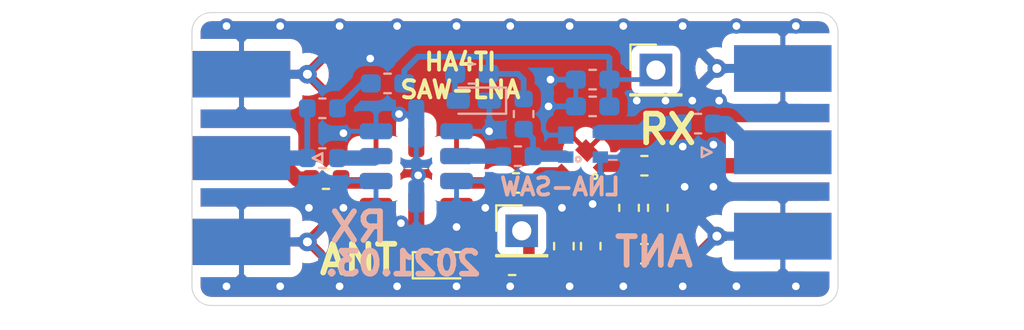
<source format=kicad_pcb>
(kicad_pcb (version 20221018) (generator pcbnew)
  (layers (0 "F.Cu" signal) (31 "B.Cu" signal) (34 "B.Paste" user) (35 "F.Paste" user) (36 "B.SilkS" user "B.Silkscreen") (37 "F.SilkS" user "F.Silkscreen") (38 "B.Mask" user) (39 "F.Mask" user) (44 "Edge.Cuts" user))
  (net 0 "")
  (net 1 "Net-(C1-Pad2)")
  (net 2 "Net-(C1-Pad1)")
  (net 3 "Net-(C2-Pad2)")
  (net 4 "GND")
  (net 5 "Net-(C5-Pad2)")
  (net 6 "Net-(C5-Pad1)")
  (net 7 "Net-(D1-Pad2)")
  (net 8 "Net-(C2-Pad1)")
  (net 9 "Net-(C8-Pad1)")
  (net 10 "Net-(C9-Pad2)")
  (net 11 "Net-(C9-Pad1)")
  (net 12 "Net-(C10-Pad2)")
  (net 13 "Net-(C10-Pad1)")
  (net 14 "Net-(D2-Pad2)")
  (net 15 "Net-(L3-Pad1)")
  (net 16 "Net-(L4-Pad1)")
  (net 17 "/VCC")
  (net 18 "Net-(C8-Pad2)")
  (net 19 "/VCC2")
  (footprint "Capacitor_SMD:C_0603_1608Metric" (layer "F.Cu") (at 144.1 92.6 180)
    (fp_text reference "C5" hide)
    (fp_text value "100p")
    (fp_line (start -0.162779 -0.51) (end 0.162779 -0.51) (stroke (width 0.12)) (layer "F.SilkS"))
    (fp_line (start -0.162779 0.51) (end 0.162779 0.51) (stroke (width 0.12)) (layer "F.SilkS"))
    (pad "1" smd roundrect (at -0.7875 0 180) (size 0.875 0.95) (layers "F.Cu" "F.Paste" "F.Mask") (net 6 "Net-(C5-Pad1)"))
    (pad "2" smd roundrect (at 0.7875 0 180) (size 0.875 0.95) (layers "F.Cu" "F.Paste" "F.Mask") (net 5 "Net-(C5-Pad2)"))
  )
  (footprint "LED_SMD:LED_0603_1608Metric_Castellated" (layer "F.Cu") (at 140.4 96.9)
    (fp_text reference "D2" hide)
    (fp_text value "LED")
    (fp_line (start -1.685 -0.685) (end -1.685 0.685) (stroke (width 0.12)) (layer "F.SilkS"))
    (fp_line (start -1.685 0.685) (end 0.8 0.685) (stroke (width 0.12)) (layer "F.SilkS"))
    (fp_line (start 0.8 -0.685) (end -1.685 -0.685) (stroke (width 0.12)) (layer "F.SilkS"))
    (pad "1" smd roundrect (at -0.8125 0) (size 1.225 0.85) (layers "F.Cu" "F.Paste" "F.Mask") (net 4 "GND"))
    (pad "2" smd roundrect (at 0.8125 0) (size 1.225 0.85) (layers "F.Cu" "F.Paste" "F.Mask") (net 14 "Net-(D2-Pad2)"))
  )
  (footprint "Connector_Coaxial:SMA_Molex_73251-1153_EdgeMount_Horizontal" (layer "F.Cu") (at 131.5 91.3)
    (fp_text reference "J2" hide)
    (fp_text value "Conn_Coaxial")
    (fp_line (start 2 0) (end 2.5 -0.25) (stroke (width 0.12)) (layer "F.SilkS"))
    (fp_line (start 2.5 -0.25) (end 2.5 0.25) (stroke (width 0.12)) (layer "F.SilkS"))
    (fp_line (start 2.5 0.25) (end 2 0) (stroke (width 0.12)) (layer "F.SilkS"))
    (pad "1" smd rect (at -1.72 0) (size 5.08 2.29) (layers "F.Cu" "F.Paste" "F.Mask") (net 3 "Net-(C2-Pad2)"))
    (pad "2" smd rect (at -1.72 -4.38) (size 5.08 2.42) (layers "F.Cu" "F.Paste" "F.Mask") (net 4 "GND"))
    (pad "2" smd rect (at -1.72 -4.38) (size 5.08 2.42) (layers "B.Cu" "B.Paste" "B.Mask") (net 4 "GND"))
    (pad "2" smd rect (at -1.72 4.38) (size 5.08 2.42) (layers "F.Cu" "F.Paste" "F.Mask") (net 4 "GND"))
    (pad "2" smd rect (at -1.72 4.38) (size 5.08 2.42) (layers "B.Cu" "B.Paste" "B.Mask") (net 4 "GND"))
    (pad "2" smd rect (at 1.27 -4.38) (size 0.95 0.46) (layers "F.Cu") (net 4 "GND"))
    (pad "2" smd rect (at 1.27 -4.38) (size 0.95 0.46) (layers "B.Cu") (net 4 "GND"))
    (pad "2" smd rect (at 1.27 4.38) (size 0.95 0.46) (layers "F.Cu") (net 4 "GND"))
    (pad "2" smd rect (at 1.27 4.38) (size 0.95 0.46) (layers "B.Cu") (net 4 "GND"))
    (pad "2" thru_hole circle (at 1.72 -4.38) (size 0.97 0.97) (drill 0.46) (layers "*.Cu") (net 4 "GND"))
    (pad "2" thru_hole circle (at 1.72 4.38) (size 0.97 0.97) (drill 0.46) (layers "*.Cu") (net 4 "GND"))
  )
  (footprint "Connector_Coaxial:SMA_Molex_73251-1153_EdgeMount_Horizontal" (layer "F.Cu") (at 156.3 91 180)
    (fp_text reference "J5" hide)
    (fp_text value "Conn_Coaxial")
    (fp_line (start 2 0) (end 2.5 -0.25) (stroke (width 0.12)) (layer "F.SilkS"))
    (fp_line (start 2.5 -0.25) (end 2.5 0.25) (stroke (width 0.12)) (layer "F.SilkS"))
    (fp_line (start 2.5 0.25) (end 2 0) (stroke (width 0.12)) (layer "F.SilkS"))
    (pad "1" smd rect (at -1.72 0 180) (size 5.08 2.29) (layers "F.Cu" "F.Paste" "F.Mask") (net 11 "Net-(C9-Pad1)"))
    (pad "2" smd rect (at -1.72 -4.38 180) (size 5.08 2.42) (layers "F.Cu" "F.Paste" "F.Mask") (net 4 "GND"))
    (pad "2" smd rect (at -1.72 -4.38 180) (size 5.08 2.42) (layers "B.Cu" "B.Paste" "B.Mask") (net 4 "GND"))
    (pad "2" smd rect (at -1.72 4.38 180) (size 5.08 2.42) (layers "F.Cu" "F.Paste" "F.Mask") (net 4 "GND"))
    (pad "2" smd rect (at -1.72 4.38 180) (size 5.08 2.42) (layers "B.Cu" "B.Paste" "B.Mask") (net 4 "GND"))
    (pad "2" smd rect (at 1.27 -4.38 180) (size 0.95 0.46) (layers "F.Cu") (net 4 "GND"))
    (pad "2" smd rect (at 1.27 -4.38 180) (size 0.95 0.46) (layers "B.Cu") (net 4 "GND"))
    (pad "2" smd rect (at 1.27 4.38 180) (size 0.95 0.46) (layers "F.Cu") (net 4 "GND"))
    (pad "2" smd rect (at 1.27 4.38 180) (size 0.95 0.46) (layers "B.Cu") (net 4 "GND"))
    (pad "2" thru_hole circle (at 1.72 -4.38 180) (size 0.97 0.97) (drill 0.46) (layers "*.Cu") (net 4 "GND"))
    (pad "2" thru_hole circle (at 1.72 4.38 180) (size 0.97 0.97) (drill 0.46) (layers "*.Cu") (net 4 "GND"))
  )
  (footprint "Inductor_SMD:L_0603_1608Metric" (layer "F.Cu") (at 151.5 93.9 90)
    (fp_text reference "L4" hide)
    (fp_text value "100n-330n")
    (fp_line (start -0.162779 -0.51) (end 0.162779 -0.51) (stroke (width 0.12)) (layer "F.SilkS"))
    (fp_line (start -0.162779 0.51) (end 0.162779 0.51) (stroke (width 0.12)) (layer "F.SilkS"))
    (pad "1" smd roundrect (at -0.7875 0 90) (size 0.875 0.95) (layers "F.Cu" "F.Paste" "F.Mask") (net 16 "Net-(L4-Pad1)"))
    (pad "2" smd roundrect (at 0.7875 0 90) (size 0.875 0.95) (layers "F.Cu" "F.Paste" "F.Mask") (net 11 "Net-(C9-Pad1)"))
  )
  (footprint "Resistor_SMD:R_0603_1608Metric_Pad1.05x0.95mm_HandSolder" (layer "F.Cu") (at 150.8 96.3 180)
    (fp_text reference "R4" hide)
    (fp_text value "22R-33R")
    (fp_line (start -0.171267 -0.51) (end 0.171267 -0.51) (stroke (width 0.12)) (layer "F.SilkS"))
    (fp_line (start -0.171267 0.51) (end 0.171267 0.51) (stroke (width 0.12)) (layer "F.SilkS"))
    (pad "1" smd roundrect (at -0.875 0 180) (size 1.05 0.95) (layers "F.Cu" "F.Paste" "F.Mask") (net 16 "Net-(L4-Pad1)"))
    (pad "2" smd roundrect (at 0.875 0 180) (size 1.05 0.95) (layers "F.Cu" "F.Paste" "F.Mask") (net 19 "/VCC2"))
  )
  (footprint "HA4TI:TA0693A_SAW_437MHz" (layer "F.Cu") (at 138.9 92.5 90)
    (fp_text reference "U1" hide)
    (fp_text value "TA0693_SAW_434MHz")
    (pad "1" smd roundrect (at -1.3 2.1 270) (size 0.84 1.7) (layers "F.Cu" "F.Paste" "F.Mask") (net 4 "GND"))
    (pad "2" smd roundrect (at 0 2.1 270) (size 0.84 1.7) (layers "F.Cu" "F.Paste" "F.Mask") (net 5 "Net-(C5-Pad2)"))
    (pad "3" smd roundrect (at 1.3 2.1 270) (size 0.84 1.7) (layers "F.Cu" "F.Paste" "F.Mask") (net 4 "GND"))
    (pad "4" smd roundrect (at 2.1 0) (size 0.84 1.7) (layers "F.Cu" "F.Paste" "F.Mask") (net 4 "GND"))
    (pad "5" smd roundrect (at 1.3 -2.1 270) (size 0.84 1.7) (layers "F.Cu" "F.Paste" "F.Mask") (net 4 "GND"))
    (pad "6" smd roundrect (at 0 -2.1 270) (size 0.84 1.7) (layers "F.Cu" "F.Paste" "F.Mask") (net 8 "Net-(C2-Pad1)"))
    (pad "7" smd roundrect (at -1.3 -2.1 270) (size 0.84 1.7) (layers "F.Cu" "F.Paste" "F.Mask") (net 4 "GND"))
    (pad "8" smd roundrect (at -1.7 0) (size 0.84 2.5) (layers "F.Cu" "F.Paste" "F.Mask") (net 4 "GND"))
  )
  (footprint "HA4TI:PSA4-5043+" (layer "F.Cu") (at 147.5 91.9 135)
    (fp_text reference "U3" hide)
    (fp_text value "PSA4-5043+")
    (fp_circle (center -0.762 0.254) (end -0.635 0.254) (stroke (width 0.127)) (fill none) (layer "F.SilkS"))
    (pad "1" smd rect (at -0.65 0.9 135) (size 0.6 0.8) (layers "F.Cu" "F.Paste" "F.Mask") (net 10 "Net-(C9-Pad2)"))
    (pad "2" smd rect (at 0.5 0.9 135) (size 0.9 0.8) (layers "F.Cu" "F.Paste" "F.Mask") (net 4 "GND"))
    (pad "3" smd rect (at 0.65 -0.9 135) (size 0.6 0.8) (layers "F.Cu" "F.Paste" "F.Mask") (net 6 "Net-(C5-Pad1)"))
    (pad "4" smd rect (at -0.65 -0.9 135) (size 0.6 0.8) (layers "F.Cu" "F.Paste" "F.Mask") (net 4 "GND"))
  )
  (footprint "Capacitor_SMD:C_0603_1608Metric" (layer "F.Cu") (at 134.1875 92.4 180)
    (fp_text reference "C2" hide)
    (fp_text value "100p")
    (fp_line (start -0.162779 -0.51) (end 0.162779 -0.51) (stroke (width 0.12)) (layer "F.SilkS"))
    (fp_line (start -0.162779 0.51) (end 0.162779 0.51) (stroke (width 0.12)) (layer "F.SilkS"))
    (pad "1" smd roundrect (at -0.7875 0 180) (size 0.875 0.95) (layers "F.Cu" "F.Paste" "F.Mask") (net 8 "Net-(C2-Pad1)"))
    (pad "2" smd roundrect (at 0.7875 0 180) (size 0.875 0.95) (layers "F.Cu" "F.Paste" "F.Mask") (net 3 "Net-(C2-Pad2)"))
  )
  (footprint "Inductor_SMD:L_0603_1608Metric" (layer "F.Cu") (at 150 93.9 90)
    (fp_text reference "L2" hide)
    (fp_text value "100n-330n")
    (fp_line (start -0.162779 -0.51) (end 0.162779 -0.51) (stroke (width 0.12)) (layer "F.SilkS"))
    (fp_line (start -0.162779 0.51) (end 0.162779 0.51) (stroke (width 0.12)) (layer "F.SilkS"))
    (pad "1" smd roundrect (at -0.7875 0 90) (size 0.875 0.95) (layers "F.Cu" "F.Paste" "F.Mask") (net 19 "/VCC2"))
    (pad "2" smd roundrect (at 0.7875 0 90) (size 0.875 0.95) (layers "F.Cu" "F.Paste" "F.Mask") (net 10 "Net-(C9-Pad2)"))
  )
  (footprint "Resistor_SMD:R_0603_1608Metric_Pad1.05x0.95mm_HandSolder" (layer "F.Cu") (at 143.9 96.9 180)
    (fp_text reference "R2" hide)
    (fp_text value "1k")
    (fp_line (start -0.171267 -0.51) (end 0.171267 -0.51) (stroke (width 0.12)) (layer "F.SilkS"))
    (fp_line (start -0.171267 0.51) (end 0.171267 0.51) (stroke (width 0.12)) (layer "F.SilkS"))
    (pad "1" smd roundrect (at -0.875 0 180) (size 1.05 0.95) (layers "F.Cu" "F.Paste" "F.Mask") (net 19 "/VCC2"))
    (pad "2" smd roundrect (at 0.875 0 180) (size 1.05 0.95) (layers "F.Cu" "F.Paste" "F.Mask") (net 14 "Net-(D2-Pad2)"))
  )
  (footprint "Capacitor_SMD:C_0603_1608Metric" (layer "F.Cu") (at 150.8 91.7 180)
    (fp_text reference "C9" hide)
    (fp_text value "100p")
    (fp_line (start -0.162779 -0.51) (end 0.162779 -0.51) (stroke (width 0.12)) (layer "F.SilkS"))
    (fp_line (start -0.162779 0.51) (end 0.162779 0.51) (stroke (width 0.12)) (layer "F.SilkS"))
    (pad "1" smd roundrect (at -0.7875 0 180) (size 0.875 0.95) (layers "F.Cu" "F.Paste" "F.Mask") (net 11 "Net-(C9-Pad1)"))
    (pad "2" smd roundrect (at 0.7875 0 180) (size 0.875 0.95) (layers "F.Cu" "F.Paste" "F.Mask") (net 10 "Net-(C9-Pad2)"))
  )
  (footprint "Capacitor_SMD:C_0603_1608Metric_Pad1.05x0.95mm_HandSolder" (layer "F.Cu") (at 146.6 95.9 -90)
    (fp_text reference "C7" hide)
    (fp_text value "100p")
    (fp_line (start -0.171267 -0.51) (end 0.171267 -0.51) (stroke (width 0.12)) (layer "F.SilkS"))
    (fp_line (start -0.171267 0.51) (end 0.171267 0.51) (stroke (width 0.12)) (layer "F.SilkS"))
    (pad "1" smd roundrect (at -0.875 0 270) (size 1.05 0.95) (layers "F.Cu" "F.Paste" "F.Mask") (net 4 "GND"))
    (pad "2" smd roundrect (at 0.875 0 270) (size 1.05 0.95) (layers "F.Cu" "F.Paste" "F.Mask") (net 19 "/VCC2"))
  )
  (footprint "Capacitor_SMD:C_0603_1608Metric_Pad1.05x0.95mm_HandSolder" (layer "F.Cu") (at 148 95.9 -90)
    (fp_text reference "C4" hide)
    (fp_text value "100n-1u")
    (fp_line (start -0.171267 -0.51) (end 0.171267 -0.51) (stroke (width 0.12)) (layer "F.SilkS"))
    (fp_line (start -0.171267 0.51) (end 0.171267 0.51) (stroke (width 0.12)) (layer "F.SilkS"))
    (pad "1" smd roundrect (at -0.875 0 270) (size 1.05 0.95) (layers "F.Cu" "F.Paste" "F.Mask") (net 4 "GND"))
    (pad "2" smd roundrect (at 0.875 0 270) (size 1.05 0.95) (layers "F.Cu" "F.Paste" "F.Mask") (net 19 "/VCC2"))
  )
  (footprint "Connector_PinHeader_2.54mm:PinHeader_1x01_P2.54mm_Vertical" (layer "F.Cu") (at 151.4 86.7)
    (fp_text reference "J3" hide)
    (fp_text value "Conn_01x01_Male")
    (fp_line (start -1.33 -1.33) (end 0 -1.33) (stroke (width 0.12)) (layer "F.SilkS"))
    (fp_line (start -1.33 0) (end -1.33 -1.33) (stroke (width 0.12)) (layer "F.SilkS"))
    (fp_line (start -1.33 1.27) (end -1.33 1.33) (stroke (width 0.12)) (layer "F.SilkS"))
    (fp_line (start -1.33 1.27) (end 1.33 1.27) (stroke (width 0.12)) (layer "F.SilkS"))
    (fp_line (start -1.33 1.33) (end 1.33 1.33) (stroke (width 0.12)) (layer "F.SilkS"))
    (fp_line (start 1.33 1.27) (end 1.33 1.33) (stroke (width 0.12)) (layer "F.SilkS"))
    (pad "1" thru_hole rect (at 0 0) (size 1.7 1.7) (drill 1) (layers "*.Cu" "*.Mask") (net 17 "/VCC"))
  )
  (footprint "Connector_PinHeader_2.54mm:PinHeader_1x01_P2.54mm_Vertical" (layer "F.Cu") (at 144.4 95.1)
    (fp_text reference "J6" hide)
    (fp_text value "Conn_01x01_Male")
    (fp_line (start -1.33 -1.33) (end 0 -1.33) (stroke (width 0.12)) (layer "F.SilkS"))
    (fp_line (start -1.33 0) (end -1.33 -1.33) (stroke (width 0.12)) (layer "F.SilkS"))
    (fp_line (start -1.33 1.27) (end -1.33 1.33) (stroke (width 0.12)) (layer "F.SilkS"))
    (fp_line (start -1.33 1.27) (end 1.33 1.27) (stroke (width 0.12)) (layer "F.SilkS"))
    (fp_line (start -1.33 1.33) (end 1.33 1.33) (stroke (width 0.12)) (layer "F.SilkS"))
    (fp_line (start 1.33 1.27) (end 1.33 1.33) (stroke (width 0.12)) (layer "F.SilkS"))
    (pad "1" thru_hole rect (at 0 0) (size 1.7 1.7) (drill 1) (layers "*.Cu" "*.Mask") (net 19 "/VCC2"))
  )
  (footprint "Capacitor_SMD:C_0603_1608Metric_Pad1.05x0.95mm_HandSolder" (layer "B.Cu") (at 148.1 87.2)
    (fp_text reference "C3" hide)
    (fp_text value "100n-1u")
    (fp_line (start -0.171267 -0.51) (end 0.171267 -0.51) (stroke (width 0.12)) (layer "B.SilkS"))
    (fp_line (start -0.171267 0.51) (end 0.171267 0.51) (stroke (width 0.12)) (layer "B.SilkS"))
    (pad "1" smd roundrect (at -0.875 0) (size 1.05 0.95) (layers "B.Cu" "B.Paste" "B.Mask") (net 4 "GND"))
    (pad "2" smd roundrect (at 0.875 0) (size 1.05 0.95) (layers "B.Cu" "B.Paste" "B.Mask") (net 17 "/VCC"))
  )
  (footprint "Capacitor_SMD:C_0603_1608Metric_Pad1.05x0.95mm_HandSolder" (layer "B.Cu") (at 148.1 88.6)
    (fp_text reference "C6" hide)
    (fp_text value "100p")
    (fp_line (start -0.171267 -0.51) (end 0.171267 -0.51) (stroke (width 0.12)) (layer "B.SilkS"))
    (fp_line (start -0.171267 0.51) (end 0.171267 0.51) (stroke (width 0.12)) (layer "B.SilkS"))
    (pad "1" smd roundrect (at -0.875 0) (size 1.05 0.95) (layers "B.Cu" "B.Paste" "B.Mask") (net 4 "GND"))
    (pad "2" smd roundrect (at 0.875 0) (size 1.05 0.95) (layers "B.Cu" "B.Paste" "B.Mask") (net 17 "/VCC"))
  )
  (footprint "Capacitor_SMD:C_0603_1608Metric" (layer "B.Cu") (at 144.2 91.2)
    (fp_text reference "C8" hide)
    (fp_text value "100p")
    (fp_line (start -0.162779 -0.51) (end 0.162779 -0.51) (stroke (width 0.12)) (layer "B.SilkS"))
    (fp_line (start -0.162779 0.51) (end 0.162779 0.51) (stroke (width 0.12)) (layer "B.SilkS"))
    (pad "1" smd roundrect (at -0.7875 0) (size 0.875 0.95) (layers "B.Cu" "B.Paste" "B.Mask") (net 9 "Net-(C8-Pad1)"))
    (pad "2" smd roundrect (at 0.7875 0) (size 0.875 0.95) (layers "B.Cu" "B.Paste" "B.Mask") (net 18 "Net-(C8-Pad2)"))
  )
  (footprint "Capacitor_SMD:C_0603_1608Metric" (layer "B.Cu") (at 134 91.3)
    (fp_text reference "C10" hide)
    (fp_text value "100p")
    (fp_line (start -0.162779 -0.51) (end 0.162779 -0.51) (stroke (width 0.12)) (layer "B.SilkS"))
    (fp_line (start -0.162779 0.51) (end 0.162779 0.51) (stroke (width 0.12)) (layer "B.SilkS"))
    (pad "1" smd roundrect (at -0.7875 0) (size 0.875 0.95) (layers "B.Cu" "B.Paste" "B.Mask") (net 13 "Net-(C10-Pad1)"))
    (pad "2" smd roundrect (at 0.7875 0) (size 0.875 0.95) (layers "B.Cu" "B.Paste" "B.Mask") (net 12 "Net-(C10-Pad2)"))
  )
  (footprint "LED_SMD:LED_0603_1608Metric_Castellated" (layer "B.Cu") (at 141.9 88.3 180)
    (fp_text reference "D1" hide)
    (fp_text value "LED")
    (fp_line (start -1.685 -0.685) (end 0.8 -0.685) (stroke (width 0.12)) (layer "B.SilkS"))
    (fp_line (start -1.685 0.685) (end -1.685 -0.685) (stroke (width 0.12)) (layer "B.SilkS"))
    (fp_line (start 0.8 0.685) (end -1.685 0.685) (stroke (width 0.12)) (layer "B.SilkS"))
    (pad "1" smd roundrect (at -0.8125 0 180) (size 1.225 0.85) (layers "B.Cu" "B.Paste" "B.Mask") (net 4 "GND"))
    (pad "2" smd roundrect (at 0.8125 0 180) (size 1.225 0.85) (layers "B.Cu" "B.Paste" "B.Mask") (net 7 "Net-(D1-Pad2)"))
  )
  (footprint "Connector_Coaxial:SMA_Molex_73251-1153_EdgeMount_Horizontal" (layer "B.Cu") (at 131.5 91.3)
    (fp_text reference "J4" hide)
    (fp_text value "Conn_Coaxial")
    (fp_line (start 2 0) (end 2.5 0.25) (stroke (width 0.12)) (layer "B.SilkS"))
    (fp_line (start 2.5 -0.25) (end 2 0) (stroke (width 0.12)) (layer "B.SilkS"))
    (fp_line (start 2.5 0.25) (end 2.5 -0.25) (stroke (width 0.12)) (layer "B.SilkS"))
    (pad "1" smd rect (at -1.72 0) (size 5.08 2.29) (layers "B.Cu" "B.Paste" "B.Mask") (net 13 "Net-(C10-Pad1)"))
    (pad "2" smd rect (at -1.72 -4.38) (size 5.08 2.42) (layers "F.Cu" "F.Paste" "F.Mask") (net 4 "GND"))
    (pad "2" smd rect (at -1.72 -4.38) (size 5.08 2.42) (layers "B.Cu" "B.Paste" "B.Mask") (net 4 "GND"))
    (pad "2" smd rect (at -1.72 4.38) (size 5.08 2.42) (layers "F.Cu" "F.Paste" "F.Mask") (net 4 "GND"))
    (pad "2" smd rect (at -1.72 4.38) (size 5.08 2.42) (layers "B.Cu" "B.Paste" "B.Mask") (net 4 "GND"))
    (pad "2" smd rect (at 1.27 -4.38) (size 0.95 0.46) (layers "F.Cu") (net 4 "GND"))
    (pad "2" smd rect (at 1.27 -4.38) (size 0.95 0.46) (layers "B.Cu") (net 4 "GND"))
    (pad "2" smd rect (at 1.27 4.38) (size 0.95 0.46) (layers "F.Cu") (net 4 "GND"))
    (pad "2" smd rect (at 1.27 4.38) (size 0.95 0.46) (layers "B.Cu") (net 4 "GND"))
    (pad "2" thru_hole circle (at 1.72 -4.38) (size 0.97 0.97) (drill 0.46) (layers "*.Cu") (net 4 "GND"))
    (pad "2" thru_hole circle (at 1.72 4.38) (size 0.97 0.97) (drill 0.46) (layers "*.Cu") (net 4 "GND"))
  )
  (footprint "Inductor_SMD:L_0603_1608Metric" (layer "B.Cu") (at 144.5 89 -90)
    (fp_text reference "L1" hide)
    (fp_text value "100n-330n")
    (fp_line (start -0.162779 -0.51) (end 0.162779 -0.51) (stroke (width 0.12)) (layer "B.SilkS"))
    (fp_line (start -0.162779 0.51) (end 0.162779 0.51) (stroke (width 0.12)) (layer "B.SilkS"))
    (pad "1" smd roundrect (at -0.7875 0 270) (size 0.875 0.95) (layers "B.Cu" "B.Paste" "B.Mask") (net 17 "/VCC"))
    (pad "2" smd roundrect (at 0.7875 0 270) (size 0.875 0.95) (layers "B.Cu" "B.Paste" "B.Mask") (net 18 "Net-(C8-Pad2)"))
  )
  (footprint "Inductor_SMD:L_0603_1608Metric" (layer "B.Cu") (at 134 88.7 180)
    (fp_text reference "L3" hide)
    (fp_text value "100n-330n")
    (fp_line (start -0.162779 -0.51) (end 0.162779 -0.51) (stroke (width 0.12)) (layer "B.SilkS"))
    (fp_line (start -0.162779 0.51) (end 0.162779 0.51) (stroke (width 0.12)) (layer "B.SilkS"))
    (pad "1" smd roundrect (at -0.7875 0 180) (size 0.875 0.95) (layers "B.Cu" "B.Paste" "B.Mask") (net 15 "Net-(L3-Pad1)"))
    (pad "2" smd roundrect (at 0.7875 0 180) (size 0.875 0.95) (layers "B.Cu" "B.Paste" "B.Mask") (net 13 "Net-(C10-Pad1)"))
  )
  (footprint "Resistor_SMD:R_0603_1608Metric_Pad1.05x0.95mm_HandSolder" (layer "B.Cu") (at 141.8 86.9 180)
    (fp_text reference "R1" hide)
    (fp_text value "1k")
    (fp_line (start -0.171267 -0.51) (end 0.171267 -0.51) (stroke (width 0.12)) (layer "B.SilkS"))
    (fp_line (start -0.171267 0.51) (end 0.171267 0.51) (stroke (width 0.12)) (layer "B.SilkS"))
    (pad "1" smd roundrect (at -0.875 0 180) (size 1.05 0.95) (layers "B.Cu" "B.Paste" "B.Mask") (net 17 "/VCC"))
    (pad "2" smd roundrect (at 0.875 0 180) (size 1.05 0.95) (layers "B.Cu" "B.Paste" "B.Mask") (net 7 "Net-(D1-Pad2)"))
  )
  (footprint "Resistor_SMD:R_0603_1608Metric_Pad1.05x0.95mm_HandSolder" (layer "B.Cu") (at 137.4 87.4)
    (fp_text reference "R3" hide)
    (fp_text value "22R-33R")
    (fp_line (start -0.171267 -0.51) (end 0.171267 -0.51) (stroke (width 0.12)) (layer "B.SilkS"))
    (fp_line (start -0.171267 0.51) (end 0.171267 0.51) (stroke (width 0.12)) (layer "B.SilkS"))
    (pad "1" smd roundrect (at -0.875 0) (size 1.05 0.95) (layers "B.Cu" "B.Paste" "B.Mask") (net 15 "Net-(L3-Pad1)"))
    (pad "2" smd roundrect (at 0.875 0) (size 1.05 0.95) (layers "B.Cu" "B.Paste" "B.Mask") (net 17 "/VCC"))
  )
  (footprint "HA4TI:PSA4-5043+" (layer "B.Cu") (at 147.6 90.6 90)
    (fp_text reference "U2" hide)
    (fp_text value "PSA4-5043+")
    (fp_circle (center -0.762 -0.254) (end -0.635 -0.254) (stroke (width 0.127)) (fill none) (layer "B.SilkS"))
    (pad "1" smd rect (at -0.65 -0.9 90) (size 0.6 0.8) (layers "B.Cu" "B.Paste" "B.Mask") (net 18 "Net-(C8-Pad2)"))
    (pad "2" smd rect (at 0.5 -0.9 90) (size 0.9 0.8) (layers "B.Cu" "B.Paste" "B.Mask") (net 4 "GND"))
    (pad "3" smd rect (at 0.65 0.9 90) (size 0.6 0.8) (layers "B.Cu" "B.Paste" "B.Mask") (net 2 "Net-(C1-Pad1)"))
    (pad "4" smd rect (at -0.65 0.9 90) (size 0.6 0.8) (layers "B.Cu" "B.Paste" "B.Mask") (net 4 "GND"))
  )
  (footprint "HA4TI:TA0693A_SAW_437MHz" (layer "B.Cu") (at 138.9 91.2 -90)
    (fp_text reference "U4" hide)
    (fp_text value "TA0693_SAW_434MHz")
    (pad "1" smd roundrect (at -1.3 -2.1 90) (size 0.84 1.7) (layers "B.Cu" "B.Paste" "B.Mask") (net 4 "GND"))
    (pad "2" smd roundrect (at 0 -2.1 90) (size 0.84 1.7) (layers "B.Cu" "B.Paste" "B.Mask") (net 9 "Net-(C8-Pad1)"))
    (pad "3" smd roundrect (at 1.3 -2.1 90) (size 0.84 1.7) (layers "B.Cu" "B.Paste" "B.Mask") (net 4 "GND"))
    (pad "4" smd roundrect (at 2.1 0) (size 0.84 1.7) (layers "B.Cu" "B.Paste" "B.Mask") (net 4 "GND"))
    (pad "5" smd roundrect (at 1.3 2.1 90) (size 0.84 1.7) (layers "B.Cu" "B.Paste" "B.Mask") (net 4 "GND"))
    (pad "6" smd roundrect (at 0 2.1 90) (size 0.84 1.7) (layers "B.Cu" "B.Paste" "B.Mask") (net 12 "Net-(C10-Pad2)"))
    (pad "7" smd roundrect (at -1.3 2.1 90) (size 0.84 1.7) (layers "B.Cu" "B.Paste" "B.Mask") (net 4 "GND"))
    (pad "8" smd roundrect (at -1.7 0) (size 0.84 2.5) (layers "B.Cu" "B.Paste" "B.Mask") (net 4 "GND"))
  )
  (footprint "Connector_Coaxial:SMA_Molex_73251-1153_EdgeMount_Horizontal" (layer "B.Cu") (at 156.3 91 180)
    (fp_text reference "J1" hide)
    (fp_text value "Conn_Coaxial")
    (fp_line (start 2 0) (end 2.5 0.25) (stroke (width 0.12)) (layer "B.SilkS"))
    (fp_line (start 2.5 -0.25) (end 2 0) (stroke (width 0.12)) (layer "B.SilkS"))
    (fp_line (start 2.5 0.25) (end 2.5 -0.25) (stroke (width 0.12)) (layer "B.SilkS"))
    (pad "1" smd rect (at -1.72 0 180) (size 5.08 2.29) (layers "B.Cu" "B.Paste" "B.Mask") (net 1 "Net-(C1-Pad2)"))
    (pad "2" smd rect (at -1.72 -4.38 180) (size 5.08 2.42) (layers "F.Cu" "F.Paste" "F.Mask") (net 4 "GND"))
    (pad "2" smd rect (at -1.72 -4.38 180) (size 5.08 2.42) (layers "B.Cu" "B.Paste" "B.Mask") (net 4 "GND"))
    (pad "2" smd rect (at -1.72 4.38 180) (size 5.08 2.42) (layers "F.Cu" "F.Paste" "F.Mask") (net 4 "GND"))
    (pad "2" smd rect (at -1.72 4.38 180) (size 5.08 2.42) (layers "B.Cu" "B.Paste" "B.Mask") (net 4 "GND"))
    (pad "2" smd rect (at 1.27 -4.38 180) (size 0.95 0.46) (layers "F.Cu") (net 4 "GND"))
    (pad "2" smd rect (at 1.27 -4.38 180) (size 0.95 0.46) (layers "B.Cu") (net 4 "GND"))
    (pad "2" smd rect (at 1.27 4.38 180) (size 0.95 0.46) (layers "F.Cu") (net 4 "GND"))
    (pad "2" smd rect (at 1.27 4.38 180) (size 0.95 0.46) (layers "B.Cu") (net 4 "GND"))
    (pad "2" thru_hole circle (at 1.72 -4.38 180) (size 0.97 0.97) (drill 0.46) (layers "*.Cu") (net 4 "GND"))
    (pad "2" thru_hole circle (at 1.72 4.38 180) (size 0.97 0.97) (drill 0.46) (layers "*.Cu") (net 4 "GND"))
  )
  (footprint "Capacitor_SMD:C_0603_1608Metric" (layer "B.Cu") (at 153.6 89.5)
    (fp_text reference "C1" hide)
    (fp_text value "100p")
    (fp_line (start -0.162779 -0.51) (end 0.162779 -0.51) (stroke (width 0.12)) (layer "B.SilkS"))
    (fp_line (start -0.162779 0.51) (end 0.162779 0.51) (stroke (width 0.12)) (layer "B.SilkS"))
    (pad "1" smd roundrect (at -0.7875 0) (size 0.875 0.95) (layers "B.Cu" "B.Paste" "B.Mask") (net 2 "Net-(C1-Pad1)"))
    (pad "2" smd roundrect (at 0.7875 0) (size 0.875 0.95) (layers "B.Cu" "B.Paste" "B.Mask") (net 1 "Net-(C1-Pad2)"))
  )
  (gr_arc (start 127.2 84.7) (mid 127.492893 83.992893) (end 128.2 83.7) (stroke (width 0.05)) (layer "Edge.Cuts"))
  (gr_arc (start 128.2 99) (mid 127.492893 98.707107) (end 127.2 98) (stroke (width 0.05)) (layer "Edge.Cuts"))
  (gr_arc (start 160.9 98) (mid 160.607107 98.707107) (end 159.9 99) (stroke (width 0.05)) (layer "Edge.Cuts"))
  (gr_arc (start 159.9 83.7) (mid 160.607107 83.992893) (end 160.9 84.7) (stroke (width 0.05)) (layer "Edge.Cuts"))
  (gr_line (start 127.2 98) (end 127.2 84.7) (stroke (width 0.05)) (layer "Edge.Cuts"))
  (gr_line (start 160.9 84.7) (end 160.9 98) (stroke (width 0.05)) (layer "Edge.Cuts"))
  (gr_line (start 128.2 83.7) (end 159.9 83.7) (stroke (width 0.05)) (layer "Edge.Cuts"))
  (gr_line (start 159.9 99) (end 128.2 99) (stroke (width 0.05)) (layer "Edge.Cuts"))
  (gr_text "ANT" (at 151.3 96.2) (layer "B.SilkS") (effects (font (size 1.5 1.5) (thickness 0.3)) (justify mirror)))
  (gr_text "RX" (at 135.9 94.9) (layer "B.SilkS") (effects (font (size 1.5 1.5) (thickness 0.3)) (justify mirror)))
  (gr_text "2021.03." (at 138.2 96.8) (layer "B.SilkS") (effects (font (size 1.2 1.2) (thickness 0.3)) (justify mirror)))
  (gr_text "LNA-SAW" (at 146.4 92.8) (layer "B.SilkS") (effects (font (size 0.9 0.9) (thickness 0.2)) (justify mirror)))
  (gr_text "RX" (at 152 89.8) (layer "F.SilkS") (effects (font (size 1.5 1.5) (thickness 0.3))))
  (gr_text "HA4TI\nSAW-LNA" (at 141.2 87) (layer "F.SilkS") (effects (font (size 0.9 0.9) (thickness 0.2))))
  (gr_text "ANT" (at 135.9 96.6) (layer "F.SilkS") (effects (font (size 1.5 1.5) (thickness 0.3))))
  (segment (start 154.3875 89.5) (end 155.1 89.5) (width 0.8) (layer "B.Cu") (net 1))
  (segment (start 155.1 89.5) (end 156.6 91) (width 0.8) (layer "B.Cu") (net 1))
  (segment (start 156.6 91) (end 158.02 91) (width 0.8) (layer "B.Cu") (net 1))
  (segment (start 152.8125 89.5) (end 151.1 89.5) (width 0.8) (layer "B.Cu") (net 2))
  (segment (start 151.1 89.5) (end 150.65 89.95) (width 0.8) (layer "B.Cu") (net 2))
  (segment (start 150.65 89.95) (end 148.5 89.95) (width 0.8) (layer "B.Cu") (net 2))
  (segment (start 132.7 92.4) (end 131.6 91.3) (width 0.8) (layer "F.Cu") (net 3))
  (segment (start 131.6 91.3) (end 129.78 91.3) (width 0.8) (layer "F.Cu") (net 3))
  (segment (start 133.4 92.4) (end 132.7 92.4) (width 0.8) (layer "F.Cu") (net 3))
  (segment (start 133.22 95.68) (end 134.1 94.8) (width 0.5) (layer "F.Cu") (net 4))
  (segment (start 139 89) (end 138 89) (width 0.3) (layer "F.Cu") (net 4))
  (segment (start 155.03 95.38) (end 154.52 95.38) (width 0.5) (layer "F.Cu") (net 4))
  (segment (start 132.77 95.68) (end 133.28 95.68) (width 0.5) (layer "F.Cu") (net 4))
  (segment (start 132.77 86.92) (end 133.18 86.92) (width 0.5) (layer "F.Cu") (net 4))
  (segment (start 133.18 86.92) (end 134.1 86) (width 0.5) (layer "F.Cu") (net 4))
  (segment (start 154.58 95.38) (end 153.4 94.2) (width 0.5) (layer "F.Cu") (net 4))
  (segment (start 154.52 95.38) (end 153.6 96.3) (width 0.5) (layer "F.Cu") (net 4))
  (segment (start 139 90.5) (end 139 89) (width 0.3) (layer "F.Cu") (net 4))
  (segment (start 154.58 86.62) (end 154.58 86.58) (width 0.5) (layer "F.Cu") (net 4))
  (segment (start 155.03 95.38) (end 154.58 95.38) (width 0.5) (layer "F.Cu") (net 4))
  (segment (start 133.22 86.92) (end 134 87.7) (width 0.5) (layer "F.Cu") (net 4))
  (segment (start 154.58 86.62) (end 153.6 87.6) (width 0.5) (layer "F.Cu") (net 4))
  (segment (start 132.77 95.68) (end 133.22 95.68) (width 0.5) (layer "F.Cu") (net 4))
  (segment (start 133.28 95.68) (end 133.9 96.3) (width 0.5) (layer "F.Cu") (net 4))
  (segment (start 154.58 86.58) (end 153.6 85.6) (width 0.5) (layer "F.Cu") (net 4))
  (via (at 139 92.2) (size 0.8) (drill 0.4) (layers "F.Cu" "B.Cu") (net 4))
  (via (at 148.1 93.7) (size 0.8) (drill 0.4) (layers "F.Cu" "B.Cu") (net 4))
  (via (at 152.9 92.8) (size 0.8) (drill 0.4) (layers "F.Cu" "B.Cu") (net 4))
  (via (at 154.4 92.8) (size 0.8) (drill 0.4) (layers "F.Cu" "B.Cu") (net 4))
  (via (at 158.7 98) (size 0.8) (drill 0.4) (layers "F.Cu" "B.Cu") (net 4))
  (via (at 152.8 98) (size 0.8) (drill 0.4) (layers "F.Cu" "B.Cu") (net 4))
  (via (at 149.7 98) (size 0.8) (drill 0.4) (layers "F.Cu" "B.Cu") (net 4))
  (via (at 146.9 98) (size 0.8) (drill 0.4) (layers "F.Cu" "B.Cu") (net 4))
  (via (at 137.9 98) (size 0.8) (drill 0.4) (layers "F.Cu" "B.Cu") (net 4))
  (via (at 143.8 98) (size 0.8) (drill 0.4) (layers "F.Cu" "B.Cu") (net 4))
  (via (at 141 98) (size 0.8) (drill 0.4) (layers "F.Cu" "B.Cu") (net 4))
  (via (at 134.9 98) (size 0.8) (drill 0.4) (layers "F.Cu" "B.Cu") (net 4))
  (via (at 129 98) (size 0.8) (drill 0.4) (layers "F.Cu" "B.Cu") (net 4))
  (via (at 131.8 98) (size 0.8) (drill 0.4) (layers "F.Cu" "B.Cu") (net 4))
  (via (at 158.7 84.4) (size 0.8) (drill 0.4) (layers "F.Cu" "B.Cu") (net 4))
  (via (at 146.9 84.4) (size 0.8) (drill 0.4) (layers "F.Cu" "B.Cu") (net 4))
  (via (at 141 84.4) (size 0.8) (drill 0.4) (layers "F.Cu" "B.Cu") (net 4))
  (via (at 129 84.4) (size 0.8) (drill 0.4) (layers "F.Cu" "B.Cu") (net 4))
  (via (at 131.8 84.4) (size 0.8) (drill 0.4) (layers "F.Cu" "B.Cu") (net 4))
  (via (at 149.7 84.4) (size 0.8) (drill 0.4) (layers "F.Cu" "B.Cu") (net 4))
  (via (at 134.9 84.4) (size 0.8) (drill 0.4) (layers "F.Cu" "B.Cu") (net 4))
  (via (at 137.9 84.4) (size 0.8) (drill 0.4) (layers "F.Cu" "B.Cu") (net 4))
  (via (at 155.6 84.4) (size 0.8) (drill 0.4) (layers "F.Cu" "B.Cu") (net 4))
  (via (at 152.8 84.4) (size 0.8) (drill 0.4) (layers "F.Cu" "B.Cu") (net 4))
  (via (at 143.8 84.4) (size 0.8) (drill 0.4) (layers "F.Cu" "B.Cu") (net 4))
  (via (at 135.1 90) (size 0.8) (drill 0.4) (layers "F.Cu" "B.Cu") (net 4))
  (via (at 133.3 93.9) (size 0.8) (drill 0.4) (layers "F.Cu" "B.Cu") (net 4))
  (via (at 136.5 86.1) (size 0.8) (drill 0.4) (layers "F.Cu" "B.Cu") (net 4))
  (via (at 141 94.9) (size 0.8) (drill 0.4) (layers "F.Cu" "B.Cu") (net 4))
  (via (at 146.5 93.9) (size 0.8) (drill 0.4) (layers "F.Cu" "B.Cu") (net 4))
  (via (at 152.8 90.7) (size 0.8) (drill 0.4) (layers "F.Cu" "B.Cu") (net 4))
  (via (at 142.5 93.9) (size 0.8) (drill 0.4) (layers "F.Cu" "B.Cu") (net 4))
  (via (at 155.6 98) (size 0.8) (drill 0.4) (layers "F.Cu" "B.Cu") (net 4))
  (via (at 142.7 89.9) (size 0.8) (drill 0.4) (layers "F.Cu" "B.Cu") (net 4))
  (via (at 154.4 90.6) (size 0.8) (drill 0.4) (layers "F.Cu" "B.Cu") (net 4))
  (via (at 135.1 93.9) (size 0.8) (drill 0.4) (layers "F.Cu" "B.Cu") (net 4))
  (via (at 145.8 88.6) (size 0.8) (drill 0.4) (layers "F.Cu" "B.Cu") (net 4))
  (via (at 150.4 88.3) (size 0.8) (drill 0.4) (layers "F.Cu" "B.Cu") (net 4))
  (via (at 151.9 88.3) (size 0.8) (drill 0.4) (layers "F.Cu" "B.Cu") (net 4))
  (via (at 153.3 88.3) (size 0.8) (drill 0.4) (layers "F.Cu" "B.Cu") (net 4))
  (via (at 154.7 88.3) (size 0.8) (drill 0.4) (layers "F.Cu" "B.Cu") (net 4))
  (via (at 138.1 94.7) (size 0.8) (drill 0.4) (layers "F.Cu" "B.Cu") (net 4))
  (via (at 138 89) (size 0.8) (drill 0.4) (layers "F.Cu" "B.Cu") (net 4))
  (via (at 145.9 87.2) (size 0.8) (drill 0.4) (layers "F.Cu" "B.Cu") (net 4))
  (segment (start 146.9 98) (end 137.9 98) (width 0.25) (layer "B.Cu") (net 4))
  (segment (start 158.7 84.4) (end 149.7 84.4) (width 0.25) (layer "B.Cu") (net 4))
  (segment (start 129 84.4) (end 134.9 84.4) (width 0.25) (layer "B.Cu") (net 4))
  (segment (start 146.9 84.4) (end 137.9 84.4) (width 0.25) (layer "B.Cu") (net 4))
  (segment (start 154.58 95.42) (end 153.8 96.2) (width 0.5) (layer "B.Cu") (net 4))
  (segment (start 147.225 87.2) (end 145.9 87.2) (width 0.3) (layer "B.Cu") (net 4))
  (segment (start 133.22 86.92) (end 134 87.7) (width 0.3) (layer "B.Cu") (net 4))
  (segment (start 154.58 86.62) (end 153.9 87.3) (width 0.5) (layer "B.Cu") (net 4))
  (segment (start 138.4 89) (end 138.9 89.5) (width 0.3) (layer "B.Cu") (net 4))
  (segment (start 154.58 95.38) (end 154.58 95.42) (width 0.5) (layer "B.Cu") (net 4))
  (segment (start 133.22 86.92) (end 133.22 86.88) (width 0.3) (layer "B.Cu") (net 4))
  (segment (start 133.22 86.88) (end 134 86.1) (width 0.3) (layer "B.Cu") (net 4))
  (segment (start 133.32 95.68) (end 135.1 93.9) (width 0.3) (layer "B.Cu") (net 4))
  (segment (start 142.7125 89.8875) (end 142.7 89.9) (width 0.3) (layer "B.Cu") (net 4))
  (segment (start 133.22 95.68) (end 133.32 95.68) (width 0.3) (layer "B.Cu") (net 4))
  (segment (start 155.03 86.62) (end 154.62 86.62) (width 0.5) (layer "B.Cu") (net 4))
  (segment (start 133.28 95.68) (end 134 96.4) (width 0.3) (layer "B.Cu") (net 4))
  (segment (start 158.02 97.32) (end 158.7 98) (width 0.25) (layer "B.Cu") (net 4))
  (segment (start 142.7125 88.3) (end 142.7125 89.8875) (width 0.3) (layer "B.Cu") (net 4))
  (segment (start 129 98) (end 134.9 98) (width 0.25) (layer "B.Cu") (net 4))
  (segment (start 158.7 98) (end 149.7 98) (width 0.25) (layer "B.Cu") (net 4))
  (segment (start 154.58 95.38) (end 153.4 94.2) (width 0.5) (layer "B.Cu") (net 4))
  (segment (start 154.62 86.62) (end 153.8 85.8) (width 0.5) (layer "B.Cu") (net 4))
  (segment (start 155.03 95.38) (end 154.58 95.38) (width 0.5) (layer "B.Cu") (net 4))
  (segment (start 147.225 88.6) (end 145.8 88.6) (width 0.3) (layer "B.Cu") (net 4))
  (segment (start 133.22 95.68) (end 133.28 95.68) (width 0.3) (layer "B.Cu") (net 4))
  (segment (start 158.02 95.38) (end 158.02 97.32) (width 0.25) (layer "B.Cu") (net 4))
  (segment (start 138 89) (end 138.4 89) (width 0.3) (layer "B.Cu") (net 4))
  (segment (start 141.1 92.6) (end 143.3125 92.6) (width 0.6) (layer "F.Cu") (net 5))
  (segment (start 146.403984 92.076777) (end 145.410723 92.076777) (width 0.6) (layer "F.Cu") (net 6))
  (segment (start 145.410723 92.076777) (end 144.8875 92.6) (width 0.6) (layer "F.Cu") (net 6))
  (segment (start 140.925 86.9) (end 140.925 88.1375) (width 0.3) (layer "B.Cu") (net 7))
  (segment (start 140.925 88.1375) (end 141.0875 88.3) (width 0.3) (layer "B.Cu") (net 7))
  (segment (start 136.9 92.6) (end 135.175 92.6) (width 0.6) (layer "F.Cu") (net 8))
  (segment (start 135.175 92.6) (end 134.975 92.4) (width 0.6) (layer "F.Cu") (net 8))
  (segment (start 141 91.2) (end 143.4125 91.2) (width 0.8) (layer "B.Cu") (net 9))
  (segment (start 150.0125 91.7) (end 150.0125 93.1) (width 0.3) (layer "F.Cu") (net 10))
  (segment (start 148.596016 91.723223) (end 149.989277 91.723223) (width 0.6) (layer "F.Cu") (net 10))
  (segment (start 150.0125 91.7) (end 149.989277 91.723223) (width 0.3) (layer "F.Cu") (net 10))
  (segment (start 150.0125 93.1) (end 150 93.1125) (width 0.3) (layer "F.Cu") (net 10))
  (segment (start 157.32 91.7) (end 158.02 91) (width 0.8) (layer "F.Cu") (net 11))
  (segment (start 151.5 91.7875) (end 151.5875 91.7) (width 0.6) (layer "F.Cu") (net 11))
  (segment (start 151.5875 93.025) (end 151.5 93.1125) (width 0.3) (layer "F.Cu") (net 11))
  (segment (start 151.5875 91.7) (end 157.32 91.7) (width 0.8) (layer "F.Cu") (net 11))
  (segment (start 151.5875 91.7) (end 151.5875 93.025) (width 0.3) (layer "F.Cu") (net 11))
  (segment (start 136.7 91.3) (end 136.8 91.2) (width 0.8) (layer "B.Cu") (net 12))
  (segment (start 134.7875 91.3) (end 136.7 91.3) (width 0.8) (layer "B.Cu") (net 12))
  (segment (start 129.78 91.3) (end 133.2125 91.3) (width 0.8) (layer "B.Cu") (net 13))
  (segment (start 133.2125 88.7) (end 133.2125 91.3) (width 0.3) (layer "B.Cu") (net 13))
  (segment (start 141.2125 96.9) (end 143.025 96.9) (width 0.6) (layer "F.Cu") (net 14))
  (segment (start 136.0875 87.4) (end 136.525 87.4) (width 0.3) (layer "B.Cu") (net 15))
  (segment (start 134.7875 88.7) (end 136.0875 87.4) (width 0.3) (layer "B.Cu") (net 15))
  (segment (start 151.5 96.125) (end 151.675 96.3) (width 0.6) (layer "F.Cu") (net 16))
  (segment (start 151.5 94.6875) (end 151.5 96.125) (width 0.6) (layer "F.Cu") (net 16))
  (segment (start 148.9 86) (end 148.975 86.075) (width 0.3) (layer "B.Cu") (net 17))
  (segment (start 142.675 86.9) (end 142.675 86.075) (width 0.3) (layer "B.Cu") (net 17))
  (segment (start 148.975 87.2) (end 150.6 87.2) (width 0.25) (layer "B.Cu") (net 17))
  (segment (start 142.6 86) (end 148.9 86) (width 0.3) (layer "B.Cu") (net 17))
  (segment (start 142.675 86.075) (end 142.6 86) (width 0.3) (layer "B.Cu") (net 17))
  (segment (start 142.675 86.9) (end 144.2 86.9) (width 0.3) (layer "B.Cu") (net 17))
  (segment (start 144.5 87.2) (end 144.5 88.2125) (width 0.3) (layer "B.Cu") (net 17))
  (segment (start 148.975 86.075) (end 148.975 87.2) (width 0.3) (layer "B.Cu") (net 17))
  (segment (start 139 86) (end 142.6 86) (width 0.3) (layer "B.Cu") (net 17))
  (segment (start 144.2 86.9) (end 144.5 87.2) (width 0.3) (layer "B.Cu") (net 17))
  (segment (start 138.275 86.725) (end 139 86) (width 0.3) (layer "B.Cu") (net 17))
  (segment (start 138.275 87.4) (end 138.275 86.725) (width 0.3) (layer "B.Cu") (net 17))
  (segment (start 150.6 87.2) (end 151.4 86.4) (width 0.25) (layer "B.Cu") (net 17))
  (segment (start 148.975 88.6) (end 148.975 87.2) (width 0.3) (layer "B.Cu") (net 17))
  (segment (start 144.9875 91.2) (end 146.65 91.2) (width 0.6) (layer "B.Cu") (net 18))
  (segment (start 144.5 89.7875) (end 144.9875 90.275) (width 0.3) (layer "B.Cu") (net 18))
  (segment (start 146.65 91.2) (end 146.7 91.25) (width 0.6) (layer "B.Cu") (net 18))
  (segment (start 144.9875 90.275) (end 144.9875 91.2) (width 0.3) (layer "B.Cu") (net 18))
  (segment (start 144.775 95.175) (end 144.4 94.8) (width 0.6) (layer "F.Cu") (net 19))
  (segment (start 150 94.6875) (end 150 96.225) (width 0.25) (layer "F.Cu") (net 19))
  (segment (start 148 96.775) (end 146.6 96.775) (width 0.3) (layer "F.Cu") (net 19))
  (segment (start 148 96.775) (end 149.45 96.775) (width 0.3) (layer "F.Cu") (net 19))
  (segment (start 149.45 96.775) (end 149.925 96.3) (width 0.3) (layer "F.Cu") (net 19))
  (segment (start 144.775 96.9) (end 144.775 95.175) (width 0.6) (layer "F.Cu") (net 19))
  (segment (start 150 96.225) (end 149.925 96.3) (width 0.25) (layer "F.Cu") (net 19))
  (segment (start 146.475 96.9) (end 146.6 96.775) (width 0.3) (layer "F.Cu") (net 19))
  (segment (start 144.775 96.9) (end 146.475 96.9) (width 0.3) (layer "F.Cu") (net 19))
  (zone (net 4) (net_name "GND") (layer "F.Cu") (connect_pads (clearance 0.3)) (min_thickness 0.254) (fill yes (thermal_gap 0.508) (thermal_bridge_width 0.508))
    (polygon (pts (xy 161.003484 98.94999) (xy 126.996516 99.05001) (xy 127.1 83.7) (xy 161 83.7)))
  )
  (zone (net 4) (net_name "GND") (layer "B.Cu") (connect_pads (clearance 0.3)) (min_thickness 0.254) (fill yes (thermal_gap 0.508) (thermal_bridge_width 0.508))
    (polygon (pts (xy 161.003484 98.95003) (xy 126.996516 99.05005) (xy 127.1 83.70004) (xy 161 83.70004)))
  )
)
</source>
